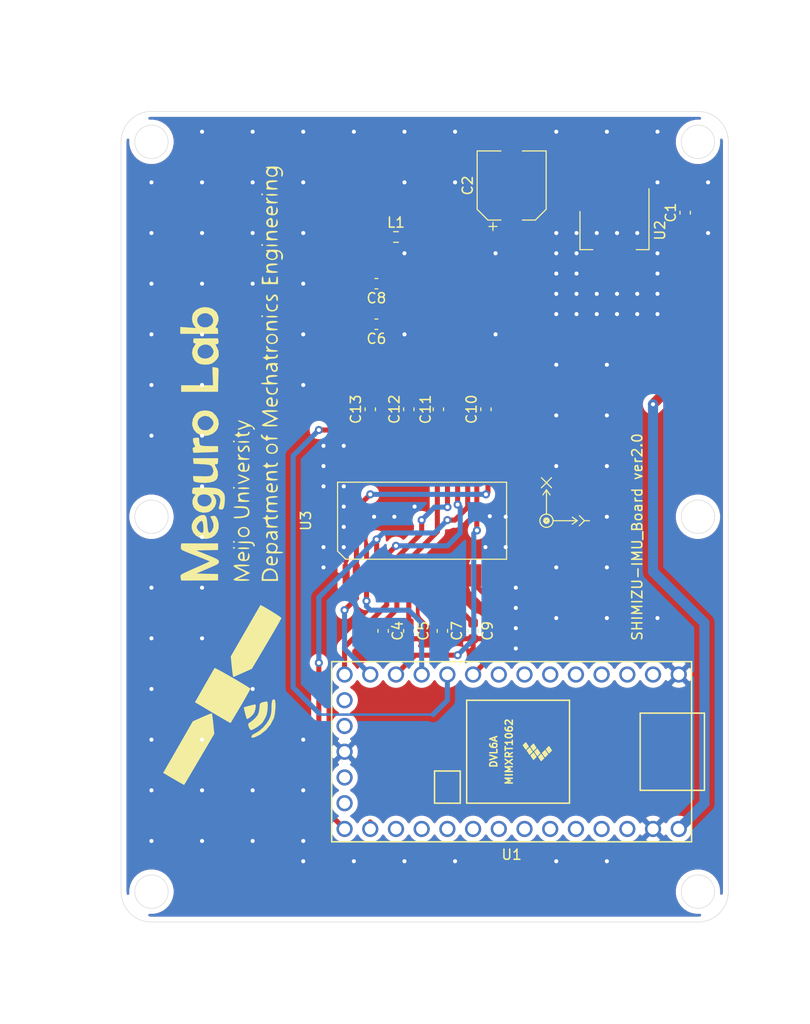
<source format=kicad_pcb>
(kicad_pcb (version 20171130) (host pcbnew "(5.1.9)-1")
  (layers (0 F.Cu signal) (31 B.Cu signal) (34 B.Paste user) (35 F.Paste user) (36 B.SilkS user) (37 F.SilkS user) (38 B.Mask user) (39 F.Mask user) (44 Edge.Cuts user))
  (net 0 "")
  (net 1 GND)
  (net 2 +5V)
  (net 3 +3V3)
  (net 4 +3.3VA)
  (net 5 "Net-(C7-Pad1)")
  (net 6 "Net-(C9-Pad1)")
  (net 7 "Net-(C12-Pad1)")
  (net 8 "Net-(C13-Pad1)")
  (net 9 "Net-(U1-Pad18)")
  (net 10 "Net-(U1-Pad19)")
  (net 11 SCK_13)
  (net 12 "Net-(U1-Pad16)")
  (net 13 "Net-(U1-Pad15)")
  (net 14 MISO_12)
  (net 15 "Net-(U1-Pad21)")
  (net 16 "Net-(U1-Pad22)")
  (net 17 "Net-(U1-Pad23)")
  (net 18 "Net-(U1-Pad24)")
  (net 19 "Net-(U1-Pad25)")
  (net 20 "Net-(U1-Pad26)")
  (net 21 "Net-(U1-Pad27)")
  (net 22 "Net-(U1-Pad28)")
  (net 23 "Net-(U1-Pad29)")
  (net 24 "Net-(U1-Pad30)")
  (net 25 "Net-(U1-Pad31)")
  (net 26 MOSI_11)
  (net 27 CS2)
  (net 28 CS1)
  (net 29 EXTRESN_2)
  (net 30 EXTRESN_1)
  (net 31 "Net-(U1-Pad8)")
  (net 32 "Net-(U1-Pad7)")
  (net 33 "Net-(U1-Pad6)")
  (net 34 "Net-(U1-Pad5)")
  (net 35 "Net-(U1-Pad4)")
  (net 36 "Net-(U1-Pad3)")
  (net 37 "Net-(U1-Pad2)")
  (module murata:SCHA6xx (layer F.Cu) (at 139.689 100.391 90)
    (fp_text reference U3 (at 0 -11.43 90) (layer F.SilkS))
    (fp_text value SCHA6xx)
    (pad 32 smd rect (at 5.4 -7.45) (size 0.7 2.2) (layers F.Cu F.Paste F.Mask) (net 1 GND))
    (pad 1 smd rect (at -5.4 -7.45) (size 0.7 2.2) (layers F.Cu F.Paste F.Mask) (net 1 GND))
    (pad 31 smd rect (at 5.4 -6.45) (size 0.7 2.2) (layers F.Cu F.Paste F.Mask) (net 1 GND))
    (pad 2 smd rect (at -5.4 -6.45) (size 0.7 2.2) (layers F.Cu F.Paste F.Mask) (net 26 MOSI_11))
    (pad 30 smd rect (at 5.4 -5.45) (size 0.7 2.2) (layers F.Cu F.Paste F.Mask) (net 29 EXTRESN_2))
    (pad 3 smd rect (at -5.4 -5.45) (size 0.7 2.2) (layers F.Cu F.Paste F.Mask) (net 28 CS1))
    (pad 29 smd rect (at 5.4 -4.45) (size 0.7 2.2) (layers F.Cu F.Paste F.Mask) (net 1 GND))
    (pad 4 smd rect (at -5.4 -4.45) (size 0.7 2.2) (layers F.Cu F.Paste F.Mask) (net 11 SCK_13))
    (pad 28 smd rect (at 5.4 -3.45) (size 0.7 2.2) (layers F.Cu F.Paste F.Mask) (net 1 GND))
    (pad 5 smd rect (at -5.4 -3.45) (size 0.7 2.2) (layers F.Cu F.Paste F.Mask) (net 14 MISO_12))
    (pad 27 smd rect (at 5.4 -2.45) (size 0.7 2.2) (layers F.Cu F.Paste F.Mask) (net 8 "Net-(C13-Pad1)"))
    (pad 6 smd rect (at -5.4 -2.45) (size 0.7 2.2) (layers F.Cu F.Paste F.Mask) (net 3 +3V3))
    (pad 26 smd rect (at 5.4 -1.45) (size 0.7 2.2) (layers F.Cu F.Paste F.Mask) (net 1 GND))
    (pad 7 smd rect (at -5.4 -1.45) (size 0.7 2.2) (layers F.Cu F.Paste F.Mask) (net 4 +3.3VA))
    (pad 25 smd rect (at 5.4 -0.45) (size 0.7 2.2) (layers F.Cu F.Paste F.Mask) (net 7 "Net-(C12-Pad1)"))
    (pad 8 smd rect (at -5.4 -0.45) (size 0.7 2.2) (layers F.Cu F.Paste F.Mask) (net 1 GND))
    (pad 24 smd rect (at 5.4 0.55) (size 0.7 2.2) (layers F.Cu F.Paste F.Mask) (net 1 GND))
    (pad 9 smd rect (at -5.4 0.55) (size 0.7 2.2) (layers F.Cu F.Paste F.Mask) (net 5 "Net-(C7-Pad1)"))
    (pad 23 smd rect (at 5.4 1.55) (size 0.7 2.2) (layers F.Cu F.Paste F.Mask) (net 4 +3.3VA))
    (pad 10 smd rect (at -5.4 1.55) (size 0.7 2.2) (layers F.Cu F.Paste F.Mask) (net 1 GND))
    (pad 22 smd rect (at 5.4 2.55) (size 0.7 2.2) (layers F.Cu F.Paste F.Mask) (net 3 +3V3))
    (pad 11 smd rect (at -5.4 2.55) (size 0.7 2.2) (layers F.Cu F.Paste F.Mask) (net 6 "Net-(C9-Pad1)"))
    (pad 21 smd rect (at 5.4 3.55) (size 0.7 2.2) (layers F.Cu F.Paste F.Mask) (net 14 MISO_12))
    (pad 12 smd rect (at -5.4 3.55) (size 0.7 2.2) (layers F.Cu F.Paste F.Mask) (net 1 GND))
    (pad 20 smd rect (at 5.4 4.55) (size 0.7 2.2) (layers F.Cu F.Paste F.Mask) (net 11 SCK_13))
    (pad 13 smd rect (at -5.4 4.55) (size 0.7 2.2) (layers F.Cu F.Paste F.Mask) (net 1 GND))
    (pad 19 smd rect (at 5.4 5.55) (size 0.7 2.2) (layers F.Cu F.Paste F.Mask) (net 27 CS2))
    (pad 14 smd rect (at -5.4 5.55) (size 0.7 2.2) (layers F.Cu F.Paste F.Mask) (net 30 EXTRESN_1))
    (pad 18 smd rect (at 5.4 6.55) (size 0.7 2.2) (layers F.Cu F.Paste F.Mask) (net 26 MOSI_11))
    (pad 15 smd rect (at -5.4 6.55) (size 0.7 2.2) (layers F.Cu F.Paste F.Mask) (net 1 GND))
    (pad 17 smd rect (at 5.4 7.55) (size 0.7 2.2) (layers F.Cu F.Paste F.Mask) (net 1 GND))
    (pad 16 smd rect (at -5.4 7.55) (size 0.7 2.2) (layers F.Cu F.Paste F.Mask) (net 1 GND))
  )
  (module BLM:BLM15HB121SN1D (layer F.Cu) (at 137.16 72.39)
    (fp_text reference L1 (at 0 -1.43) (layer F.SilkS))
    (fp_text value BLM15HB121SN1D)
    (pad 2 smd roundrect (at 0.825 0) (size 0.8 0.95) (layers F.Cu F.Paste F.Mask) (net 3 +3V3))
    (pad 1 smd roundrect (at -0.825 0) (size 0.8 0.95) (layers F.Cu F.Paste F.Mask) (net 4 +3.3VA))
  )
  (module 研究室ロゴ:test (layer F.Cu) (at 120 96 90)
    (fp_text reference G*** hide)
    (fp_text value LOGO hide)
  )
  (module Capacitor_SMD:C_0603_1608Metric (layer F.Cu) (at 165.735 69.99 90)
    (fp_text reference C1 (at 0 -1.43 90) (layer F.SilkS))
    (fp_text value 1u)
    (pad 2 smd roundrect (at 0.775 0 90) (size 0.9 0.95) (layers F.Cu F.Paste F.Mask) (net 1 GND))
    (pad 1 smd roundrect (at -0.775 0 90) (size 0.9 0.95) (layers F.Cu F.Paste F.Mask) (net 2 +5V))
  )
  (module Capacitor_SMD:CP_Elec_6.3x5.9 (layer F.Cu) (at 148.59 67.31 90)
    (fp_text reference C2 (at 0 -4.35 90) (layer F.SilkS))
    (fp_text value 22u)
    (pad 1 smd roundrect (at -2.8 0 90) (size 3.5 1.6) (layers F.Cu F.Paste F.Mask) (roundrect_rratio 0.15625) (net 3 +3V3))
    (pad 2 smd roundrect (at 2.8 0 90) (size 3.5 1.6) (layers F.Cu F.Paste F.Mask) (roundrect_rratio 0.15625) (net 1 GND))
  )
  (module Capacitor_SMD:C_0603_1608Metric (layer F.Cu) (at 135.89 111.265 270)
    (fp_text reference C4 (at 0 -1.43 90) (layer F.SilkS))
    (fp_text value 1.5u)
    (pad 1 smd roundrect (at -0.775 0 270) (size 0.9 0.95) (layers F.Cu F.Paste F.Mask) (net 3 +3V3))
    (pad 2 smd roundrect (at 0.775 0 270) (size 0.9 0.95) (layers F.Cu F.Paste F.Mask) (net 1 GND))
  )
  (module Capacitor_SMD:C_0603_1608Metric (layer F.Cu) (at 138.43 111.265 270)
    (fp_text reference C5 (at 0 -1.43 90) (layer F.SilkS))
    (fp_text value 0.15u)
    (pad 2 smd roundrect (at 0.775 0 270) (size 0.9 0.95) (layers F.Cu F.Paste F.Mask) (net 1 GND))
    (pad 1 smd roundrect (at -0.775 0 270) (size 0.9 0.95) (layers F.Cu F.Paste F.Mask) (net 4 +3.3VA))
  )
  (module Capacitor_SMD:C_0603_1608Metric (layer F.Cu) (at 135.225 81 180)
    (fp_text reference C6 (at 0 -1.43) (layer F.SilkS))
    (fp_text value 0.1u)
    (pad 1 smd roundrect (at -0.775 0 180) (size 0.9 0.95) (layers F.Cu F.Paste F.Mask) (net 4 +3.3VA))
    (pad 2 smd roundrect (at 0.775 0 180) (size 0.9 0.95) (layers F.Cu F.Paste F.Mask) (net 1 GND))
  )
  (module Capacitor_SMD:C_0603_1608Metric (layer F.Cu) (at 141.745 111.265 270)
    (fp_text reference C7 (at 0 -1.43 90) (layer F.SilkS))
    (fp_text value 1.5u)
    (pad 1 smd roundrect (at -0.775 0 270) (size 0.9 0.95) (layers F.Cu F.Paste F.Mask) (net 5 "Net-(C7-Pad1)"))
    (pad 2 smd roundrect (at 0.775 0 270) (size 0.9 0.95) (layers F.Cu F.Paste F.Mask) (net 1 GND))
  )
  (module Capacitor_SMD:C_0603_1608Metric (layer F.Cu) (at 135.225 77 180)
    (fp_text reference C8 (at 0 -1.43) (layer F.SilkS))
    (fp_text value 10u)
    (pad 2 smd roundrect (at 0.775 0 180) (size 0.9 0.95) (layers F.Cu F.Paste F.Mask) (net 1 GND))
    (pad 1 smd roundrect (at -0.775 0 180) (size 0.9 0.95) (layers F.Cu F.Paste F.Mask) (net 4 +3.3VA))
  )
  (module Capacitor_SMD:C_0603_1608Metric (layer F.Cu) (at 144.78 111.265 270)
    (fp_text reference C9 (at 0 -1.43 90) (layer F.SilkS))
    (fp_text value 1.5u)
    (pad 2 smd roundrect (at 0.775 0 270) (size 0.9 0.95) (layers F.Cu F.Paste F.Mask) (net 1 GND))
    (pad 1 smd roundrect (at -0.775 0 270) (size 0.9 0.95) (layers F.Cu F.Paste F.Mask) (net 6 "Net-(C9-Pad1)"))
  )
  (module Capacitor_SMD:C_0603_1608Metric (layer F.Cu) (at 146.05 89.395 90)
    (fp_text reference C10 (at 0 -1.43 90) (layer F.SilkS))
    (fp_text value 1.5u)
    (pad 2 smd roundrect (at 0.775 0 90) (size 0.9 0.95) (layers F.Cu F.Paste F.Mask) (net 1 GND))
    (pad 1 smd roundrect (at -0.775 0 90) (size 0.9 0.95) (layers F.Cu F.Paste F.Mask) (net 3 +3V3))
  )
  (module Capacitor_SMD:C_0603_1608Metric (layer F.Cu) (at 141.351 89.395 90)
    (fp_text reference C11 (at -0.013 -1.27 90) (layer F.SilkS))
    (fp_text value 0.15u)
    (pad 1 smd roundrect (at -0.775 0 90) (size 0.9 0.95) (layers F.Cu F.Paste F.Mask) (net 4 +3.3VA))
    (pad 2 smd roundrect (at 0.775 0 90) (size 0.9 0.95) (layers F.Cu F.Paste F.Mask) (net 1 GND))
  )
  (module Capacitor_SMD:C_0603_1608Metric (layer F.Cu) (at 138.43 89.395 90)
    (fp_text reference C12 (at 0 -1.43 90) (layer F.SilkS))
    (fp_text value 1.5u)
    (pad 2 smd roundrect (at 0.775 0 90) (size 0.9 0.95) (layers F.Cu F.Paste F.Mask) (net 1 GND))
    (pad 1 smd roundrect (at -0.775 0 90) (size 0.9 0.95) (layers F.Cu F.Paste F.Mask) (net 7 "Net-(C12-Pad1)"))
  )
  (module Capacitor_SMD:C_0603_1608Metric (layer F.Cu) (at 134.62 89.395 90)
    (fp_text reference C13 (at 0 -1.43 90) (layer F.SilkS))
    (fp_text value 1.5u)
    (pad 1 smd roundrect (at -0.775 0 90) (size 0.9 0.95) (layers F.Cu F.Paste F.Mask) (net 8 "Net-(C13-Pad1)"))
    (pad 2 smd roundrect (at 0.775 0 90) (size 0.9 0.95) (layers F.Cu F.Paste F.Mask) (net 1 GND))
  )
  (module teensy:Teensy40_2 (layer F.Cu) (at 148.59 123.19 180)
    (fp_text reference U1 (at 0 -10.16) (layer F.SilkS))
    (fp_text value Teensy4.0)
    (fp_text user MIMXRT1062 (at 0.254 0 90) (layer F.SilkS) (effects (font (size 0.7 0.7))))
    (fp_text user DVL6A (at 1.778 0 90) (layer F.SilkS) (effects (font (size 0.7 0.7))))
    (pad 17 thru_hole circle (at 16.51 0 180) (size 1.6 1.6) (drill 1.1) (layers *.Cu *.Mask) (net 1 GND))
    (pad 18 thru_hole circle (at 16.51 -2.54 180) (size 1.6 1.6) (drill 1.1) (layers *.Cu *.Mask) (net 9 "Net-(U1-Pad18)"))
    (pad 19 thru_hole circle (at 16.51 -5.08 180) (size 1.6 1.6) (drill 1.1) (layers *.Cu *.Mask) (net 10 "Net-(U1-Pad19)"))
    (pad 20 thru_hole circle (at 16.51 -7.62 180) (size 1.6 1.6) (drill 1.1) (layers *.Cu *.Mask) (net 11 SCK_13))
    (pad 16 thru_hole circle (at 16.51 2.54 180) (size 1.6 1.6) (drill 1.1) (layers *.Cu *.Mask) (net 12 "Net-(U1-Pad16)"))
    (pad 15 thru_hole circle (at 16.51 5.08 180) (size 1.6 1.6) (drill 1.1) (layers *.Cu *.Mask) (net 13 "Net-(U1-Pad15)"))
    (pad 14 thru_hole circle (at 16.51 7.62 180) (size 1.6 1.6) (drill 1.1) (layers *.Cu *.Mask) (net 14 MISO_12))
    (pad 21 thru_hole circle (at 13.97 -7.62 180) (size 1.6 1.6) (drill 1.1) (layers *.Cu *.Mask) (net 15 "Net-(U1-Pad21)"))
    (pad 22 thru_hole circle (at 11.43 -7.62 180) (size 1.6 1.6) (drill 1.1) (layers *.Cu *.Mask) (net 16 "Net-(U1-Pad22)"))
    (pad 23 thru_hole circle (at 8.89 -7.62 180) (size 1.6 1.6) (drill 1.1) (layers *.Cu *.Mask) (net 17 "Net-(U1-Pad23)"))
    (pad 24 thru_hole circle (at 6.35 -7.62 180) (size 1.6 1.6) (drill 1.1) (layers *.Cu *.Mask) (net 18 "Net-(U1-Pad24)"))
    (pad 25 thru_hole circle (at 3.81 -7.62 180) (size 1.6 1.6) (drill 1.1) (layers *.Cu *.Mask) (net 19 "Net-(U1-Pad25)"))
    (pad 26 thru_hole circle (at 1.27 -7.62 180) (size 1.6 1.6) (drill 1.1) (layers *.Cu *.Mask) (net 20 "Net-(U1-Pad26)"))
    (pad 27 thru_hole circle (at -1.27 -7.62 180) (size 1.6 1.6) (drill 1.1) (layers *.Cu *.Mask) (net 21 "Net-(U1-Pad27)"))
    (pad 28 thru_hole circle (at -3.81 -7.62 180) (size 1.6 1.6) (drill 1.1) (layers *.Cu *.Mask) (net 22 "Net-(U1-Pad28)"))
    (pad 29 thru_hole circle (at -6.35 -7.62 180) (size 1.6 1.6) (drill 1.1) (layers *.Cu *.Mask) (net 23 "Net-(U1-Pad29)"))
    (pad 30 thru_hole circle (at -8.89 -7.62 180) (size 1.6 1.6) (drill 1.1) (layers *.Cu *.Mask) (net 24 "Net-(U1-Pad30)"))
    (pad 31 thru_hole circle (at -11.43 -7.62 180) (size 1.6 1.6) (drill 1.1) (layers *.Cu *.Mask) (net 25 "Net-(U1-Pad31)"))
    (pad 32 thru_hole circle (at -13.97 -7.62 180) (size 1.6 1.6) (drill 1.1) (layers *.Cu *.Mask) (net 1 GND))
    (pad 33 thru_hole circle (at -16.51 -7.62 180) (size 1.6 1.6) (drill 1.1) (layers *.Cu *.Mask) (net 2 +5V))
    (pad 13 thru_hole circle (at 13.97 7.62 180) (size 1.6 1.6) (drill 1.1) (layers *.Cu *.Mask) (net 26 MOSI_11))
    (pad 12 thru_hole circle (at 11.43 7.62 180) (size 1.6 1.6) (drill 1.1) (layers *.Cu *.Mask) (net 27 CS2))
    (pad 11 thru_hole circle (at 8.89 7.62 180) (size 1.6 1.6) (drill 1.1) (layers *.Cu *.Mask) (net 28 CS1))
    (pad 10 thru_hole circle (at 6.35 7.62 180) (size 1.6 1.6) (drill 1.1) (layers *.Cu *.Mask) (net 29 EXTRESN_2))
    (pad 9 thru_hole circle (at 3.81 7.62 180) (size 1.6 1.6) (drill 1.1) (layers *.Cu *.Mask) (net 30 EXTRESN_1))
    (pad 8 thru_hole circle (at 1.27 7.62 180) (size 1.6 1.6) (drill 1.1) (layers *.Cu *.Mask) (net 31 "Net-(U1-Pad8)"))
    (pad 7 thru_hole circle (at -1.27 7.62 180) (size 1.6 1.6) (drill 1.1) (layers *.Cu *.Mask) (net 32 "Net-(U1-Pad7)"))
    (pad 6 thru_hole circle (at -3.81 7.62 180) (size 1.6 1.6) (drill 1.1) (layers *.Cu *.Mask) (net 33 "Net-(U1-Pad6)"))
    (pad 5 thru_hole circle (at -6.35 7.62 180) (size 1.6 1.6) (drill 1.1) (layers *.Cu *.Mask) (net 34 "Net-(U1-Pad5)"))
    (pad 4 thru_hole circle (at -8.89 7.62 180) (size 1.6 1.6) (drill 1.1) (layers *.Cu *.Mask) (net 35 "Net-(U1-Pad4)"))
    (pad 3 thru_hole circle (at -11.43 7.62 180) (size 1.6 1.6) (drill 1.1) (layers *.Cu *.Mask) (net 36 "Net-(U1-Pad3)"))
    (pad 2 thru_hole circle (at -13.97 7.62 180) (size 1.6 1.6) (drill 1.1) (layers *.Cu *.Mask) (net 37 "Net-(U1-Pad2)"))
    (pad 1 thru_hole circle (at -16.51 7.62 180) (size 1.6 1.6) (drill 1.1) (layers *.Cu *.Mask) (net 1 GND))
  )
  (module Package_TO_SOT_SMD:SOT-223 (layer F.Cu) (at 158.75 71.73 270)
    (fp_text reference U2 (at 0 -4.5 90) (layer F.SilkS))
    (fp_text value LF33_TO220)
    (pad 4 smd rect (at 3.15 0 270) (size 2 3.8) (layers F.Cu F.Paste F.Mask))
    (pad 2 smd rect (at -3.15 0 270) (size 2 1.5) (layers F.Cu F.Paste F.Mask) (net 1 GND))
    (pad 3 smd rect (at -3.15 2.3 270) (size 2 1.5) (layers F.Cu F.Paste F.Mask) (net 3 +3V3))
    (pad 1 smd rect (at -3.15 -2.3 270) (size 2 1.5) (layers F.Cu F.Paste F.Mask) (net 2 +5V))
  )
  (gr_text "SHIMIZU-IMU_Board ver2.0" (at 161 102 90) (layer F.SilkS) (effects (font (size 1 1))))
  (gr_circle (center 113 100) (end 113 98.35) (layer Edge.Cuts) (width 0.05))
  (gr_circle (center 167 100) (end 167 98.35) (layer Edge.Cuts) (width 0.05))
  (gr_circle (center 167 137) (end 167 135.35) (layer Edge.Cuts) (width 0.05))
  (gr_circle (center 113 137) (end 113 135.35) (layer Edge.Cuts) (width 0.05))
  (gr_circle (center 113 63) (end 113 61.35) (layer Edge.Cuts) (width 0.05))
  (gr_circle (center 167 63) (end 167 61.35) (layer Edge.Cuts) (width 0.05))
  (gr_line (start 113 140) (end 167 140) (layer Edge.Cuts) (width 0.05))
  (gr_line (start 110 63) (end 110 137) (layer Edge.Cuts) (width 0.05))
  (gr_line (start 167 60) (end 113 60) (layer Edge.Cuts) (width 0.05))
  (gr_arc (start 167 137) (end 167 140) (angle -90) (layer Edge.Cuts) (width 0.05))
  (gr_line (start 170 63) (end 170 137) (layer Edge.Cuts) (width 0.05))
  (gr_arc (start 113 137) (end 110 137) (angle -90) (layer Edge.Cuts) (width 0.05))
  (gr_arc (start 167 63) (end 170 63) (angle -90) (layer Edge.Cuts) (width 0.05))
  (gr_arc (start 113 63) (end 113 60) (angle -90) (layer Edge.Cuts) (width 0.05))
  (segment (start 147.25 94.93) (end 147.25 95.18) (width 0.5) (layer F.Cu) (net 1))
  (via (at 163 74) (size 0.8) (drill 0.4) (layers F.Cu B.Cu) (net 1))
  (via (at 163 76) (size 0.8) (drill 0.4) (layers F.Cu B.Cu) (net 1))
  (via (at 163 78) (size 0.8) (drill 0.4) (layers F.Cu B.Cu) (net 1))
  (via (at 163 80) (size 0.8) (drill 0.4) (layers F.Cu B.Cu) (net 1))
  (via (at 161 80) (size 0.8) (drill 0.4) (layers F.Cu B.Cu) (net 1))
  (via (at 161 78) (size 0.8) (drill 0.4) (layers F.Cu B.Cu) (net 1))
  (via (at 159 78) (size 0.8) (drill 0.4) (layers F.Cu B.Cu) (net 1))
  (via (at 157 78) (size 0.8) (drill 0.4) (layers F.Cu B.Cu) (net 1))
  (via (at 157 80) (size 0.8) (drill 0.4) (layers F.Cu B.Cu) (net 1))
  (via (at 159 80) (size 0.8) (drill 0.4) (layers F.Cu B.Cu) (net 1))
  (via (at 155 80) (size 0.8) (drill 0.4) (layers F.Cu B.Cu) (net 1))
  (via (at 155 78) (size 0.8) (drill 0.4) (layers F.Cu B.Cu) (net 1))
  (via (at 153 78) (size 0.8) (drill 0.4) (layers F.Cu B.Cu) (net 1))
  (via (at 153 80) (size 0.8) (drill 0.4) (layers F.Cu B.Cu) (net 1))
  (via (at 153 76) (size 0.8) (drill 0.4) (layers F.Cu B.Cu) (net 1))
  (via (at 153 74) (size 0.8) (drill 0.4) (layers F.Cu B.Cu) (net 1))
  (via (at 153 72) (size 0.8) (drill 0.4) (layers F.Cu B.Cu) (net 1))
  (via (at 155 72) (size 0.8) (drill 0.4) (layers F.Cu B.Cu) (net 1))
  (via (at 155 74) (size 0.8) (drill 0.4) (layers F.Cu B.Cu) (net 1))
  (via (at 155 76) (size 0.8) (drill 0.4) (layers F.Cu B.Cu) (net 1))
  (via (at 157 72) (size 0.8) (drill 0.4) (layers F.Cu B.Cu) (net 1))
  (via (at 159 72) (size 0.8) (drill 0.4) (layers F.Cu B.Cu) (net 1))
  (via (at 161 72) (size 0.8) (drill 0.4) (layers F.Cu B.Cu) (net 1))
  (via (at 147 82) (size 0.8) (drill 0.4) (layers F.Cu B.Cu) (net 1))
  (via (at 138 82) (size 0.8) (drill 0.4) (layers F.Cu B.Cu) (net 1))
  (via (at 147 74) (size 0.8) (drill 0.4) (layers F.Cu B.Cu) (net 1))
  (via (at 138 74) (size 0.8) (drill 0.4) (layers F.Cu B.Cu) (net 1))
  (via (at 153 85) (size 0.8) (drill 0.4) (layers F.Cu B.Cu) (net 1))
  (via (at 153 90) (size 0.8) (drill 0.4) (layers F.Cu B.Cu) (net 1))
  (via (at 153 95) (size 0.8) (drill 0.4) (layers F.Cu B.Cu) (net 1))
  (via (at 153 105) (size 0.8) (drill 0.4) (layers F.Cu B.Cu) (net 1))
  (via (at 153 110) (size 0.8) (drill 0.4) (layers F.Cu B.Cu) (net 1))
  (via (at 158 110) (size 0.8) (drill 0.4) (layers F.Cu B.Cu) (net 1))
  (via (at 158 105) (size 0.8) (drill 0.4) (layers F.Cu B.Cu) (net 1))
  (via (at 158 100) (size 0.8) (drill 0.4) (layers F.Cu B.Cu) (net 1))
  (via (at 158 95) (size 0.8) (drill 0.4) (layers F.Cu B.Cu) (net 1))
  (via (at 158 90) (size 0.8) (drill 0.4) (layers F.Cu B.Cu) (net 1))
  (via (at 158 85) (size 0.8) (drill 0.4) (layers F.Cu B.Cu) (net 1))
  (via (at 148 100) (size 0.8) (drill 0.4) (layers F.Cu B.Cu) (net 1))
  (via (at 146 103) (size 0.8) (drill 0.4) (layers F.Cu B.Cu) (net 1))
  (via (at 148 103) (size 0.8) (drill 0.4) (layers F.Cu B.Cu) (net 1))
  (via (at 135 100) (size 0.8) (drill 0.4) (layers F.Cu B.Cu) (net 1))
  (via (at 137 100) (size 0.8) (drill 0.4) (layers F.Cu B.Cu) (net 1))
  (via (at 139 99) (size 0.8) (drill 0.4) (layers F.Cu B.Cu) (net 1))
  (via (at 163 110) (size 0.8) (drill 0.4) (layers F.Cu B.Cu) (net 1))
  (via (at 168 72) (size 0.8) (drill 0.4) (layers F.Cu B.Cu) (net 1))
  (via (at 168 67) (size 0.8) (drill 0.4) (layers F.Cu B.Cu) (net 1))
  (via (at 163 67) (size 0.8) (drill 0.4) (layers F.Cu B.Cu) (net 1))
  (via (at 163 62) (size 0.8) (drill 0.4) (layers F.Cu B.Cu) (net 1))
  (via (at 158 62) (size 0.8) (drill 0.4) (layers F.Cu B.Cu) (net 1))
  (via (at 153 62) (size 0.8) (drill 0.4) (layers F.Cu B.Cu) (net 1))
  (via (at 143 62) (size 0.8) (drill 0.4) (layers F.Cu B.Cu) (net 1))
  (via (at 143 67) (size 0.8) (drill 0.4) (layers F.Cu B.Cu) (net 1))
  (via (at 138 67) (size 0.8) (drill 0.4) (layers F.Cu B.Cu) (net 1))
  (via (at 138 62) (size 0.8) (drill 0.4) (layers F.Cu B.Cu) (net 1))
  (via (at 133 62) (size 0.8) (drill 0.4) (layers F.Cu B.Cu) (net 1))
  (via (at 128 62) (size 0.8) (drill 0.4) (layers F.Cu B.Cu) (net 1))
  (via (at 123 62) (size 0.8) (drill 0.4) (layers F.Cu B.Cu) (net 1))
  (via (at 123 67) (size 0.8) (drill 0.4) (layers F.Cu B.Cu) (net 1))
  (via (at 128 67) (size 0.8) (drill 0.4) (layers F.Cu B.Cu) (net 1))
  (via (at 118 67) (size 0.8) (drill 0.4) (layers F.Cu B.Cu) (net 1))
  (via (at 113 67) (size 0.8) (drill 0.4) (layers F.Cu B.Cu) (net 1))
  (via (at 118 62) (size 0.8) (drill 0.4) (layers F.Cu B.Cu) (net 1))
  (via (at 118 72) (size 0.8) (drill 0.4) (layers F.Cu B.Cu) (net 1))
  (via (at 113 72) (size 0.8) (drill 0.4) (layers F.Cu B.Cu) (net 1))
  (via (at 123 72) (size 0.8) (drill 0.4) (layers F.Cu B.Cu) (net 1))
  (via (at 128 72) (size 0.8) (drill 0.4) (layers F.Cu B.Cu) (net 1))
  (via (at 128 77) (size 0.8) (drill 0.4) (layers F.Cu B.Cu) (net 1))
  (via (at 123 77) (size 0.8) (drill 0.4) (layers F.Cu B.Cu) (net 1))
  (via (at 118 77) (size 0.8) (drill 0.4) (layers F.Cu B.Cu) (net 1))
  (via (at 113 77) (size 0.8) (drill 0.4) (layers F.Cu B.Cu) (net 1))
  (via (at 113 82) (size 0.8) (drill 0.4) (layers F.Cu B.Cu) (net 1))
  (via (at 113 87) (size 0.8) (drill 0.4) (layers F.Cu B.Cu) (net 1))
  (via (at 113 92) (size 0.8) (drill 0.4) (layers F.Cu B.Cu) (net 1))
  (via (at 118 92) (size 0.8) (drill 0.4) (layers F.Cu B.Cu) (net 1))
  (via (at 118 97) (size 0.8) (drill 0.4) (layers F.Cu B.Cu) (net 1))
  (via (at 118 102) (size 0.8) (drill 0.4) (layers F.Cu B.Cu) (net 1))
  (via (at 118 107) (size 0.8) (drill 0.4) (layers F.Cu B.Cu) (net 1))
  (via (at 113 107) (size 0.8) (drill 0.4) (layers F.Cu B.Cu) (net 1))
  (via (at 118 82) (size 0.8) (drill 0.4) (layers F.Cu B.Cu) (net 1))
  (via (at 118 87) (size 0.8) (drill 0.4) (layers F.Cu B.Cu) (net 1))
  (via (at 128 82) (size 0.8) (drill 0.4) (layers F.Cu B.Cu) (net 1))
  (via (at 128 87) (size 0.8) (drill 0.4) (layers F.Cu B.Cu) (net 1))
  (via (at 118 112) (size 0.8) (drill 0.4) (layers F.Cu B.Cu) (net 1))
  (via (at 113 112) (size 0.8) (drill 0.4) (layers F.Cu B.Cu) (net 1))
  (via (at 113 117) (size 0.8) (drill 0.4) (layers F.Cu B.Cu) (net 1))
  (via (at 113 122) (size 0.8) (drill 0.4) (layers F.Cu B.Cu) (net 1))
  (via (at 118 122) (size 0.8) (drill 0.4) (layers F.Cu B.Cu) (net 1))
  (via (at 123 117) (size 0.8) (drill 0.4) (layers F.Cu B.Cu) (net 1))
  (via (at 128 122) (size 0.8) (drill 0.4) (layers F.Cu B.Cu) (net 1))
  (via (at 128 127) (size 0.8) (drill 0.4) (layers F.Cu B.Cu) (net 1))
  (via (at 123 127) (size 0.8) (drill 0.4) (layers F.Cu B.Cu) (net 1))
  (via (at 118 127) (size 0.8) (drill 0.4) (layers F.Cu B.Cu) (net 1))
  (via (at 113 127) (size 0.8) (drill 0.4) (layers F.Cu B.Cu) (net 1))
  (via (at 113 132) (size 0.8) (drill 0.4) (layers F.Cu B.Cu) (net 1))
  (via (at 118 132) (size 0.8) (drill 0.4) (layers F.Cu B.Cu) (net 1))
  (via (at 123 132) (size 0.8) (drill 0.4) (layers F.Cu B.Cu) (net 1))
  (via (at 128 132) (size 0.8) (drill 0.4) (layers F.Cu B.Cu) (net 1))
  (via (at 130 97) (size 0.8) (drill 0.4) (layers F.Cu B.Cu) (net 1))
  (via (at 130 95) (size 0.8) (drill 0.4) (layers F.Cu B.Cu) (net 1))
  (via (at 130 93) (size 0.8) (drill 0.4) (layers F.Cu B.Cu) (net 1))
  (via (at 132 93) (size 0.8) (drill 0.4) (layers F.Cu B.Cu) (net 1))
  (via (at 132 97) (size 0.8) (drill 0.4) (layers F.Cu B.Cu) (net 1))
  (via (at 132 99) (size 0.8) (drill 0.4) (layers F.Cu B.Cu) (net 1))
  (via (at 128 134) (size 0.8) (drill 0.4) (layers F.Cu B.Cu) (net 1))
  (via (at 133 134) (size 0.8) (drill 0.4) (layers F.Cu B.Cu) (net 1))
  (via (at 138 134) (size 0.8) (drill 0.4) (layers F.Cu B.Cu) (net 1))
  (via (at 143 134) (size 0.8) (drill 0.4) (layers F.Cu B.Cu) (net 1))
  (via (at 153 134) (size 0.8) (drill 0.4) (layers F.Cu B.Cu) (net 1))
  (via (at 158 134) (size 0.8) (drill 0.4) (layers F.Cu B.Cu) (net 1))
  (via (at 132 101) (size 0.8) (drill 0.4) (layers F.Cu B.Cu) (net 1))
  (via (at 132 103) (size 0.8) (drill 0.4) (layers F.Cu B.Cu) (net 1))
  (via (at 130 103) (size 0.8) (drill 0.4) (layers F.Cu B.Cu) (net 1))
  (via (at 130 105) (size 0.8) (drill 0.4) (layers F.Cu B.Cu) (net 1))
  (via (at 149 113) (size 0.8) (drill 0.4) (layers F.Cu B.Cu) (net 1))
  (via (at 149 111) (size 0.8) (drill 0.4) (layers F.Cu B.Cu) (net 1))
  (via (at 149 109) (size 0.8) (drill 0.4) (layers F.Cu B.Cu) (net 1))
  (via (at 149 107) (size 0.8) (drill 0.4) (layers F.Cu B.Cu) (net 1))
  (segment (start 141.25 104.469998) (end 141.25 105.73) (width 0.5) (layer F.Cu) (net 1))
  (segment (start 140.960001 104.179999) (end 141.25 104.469998) (width 0.5) (layer F.Cu) (net 1))
  (segment (start 139.539999 104.179999) (end 140.960001 104.179999) (width 0.5) (layer F.Cu) (net 1))
  (segment (start 139.25 104.469998) (end 139.539999 104.179999) (width 0.5) (layer F.Cu) (net 1))
  (segment (start 139.25 105.73) (end 139.25 104.469998) (width 0.5) (layer F.Cu) (net 1))
  (segment (start 139.25 105.73) (end 139.25 109.659) (width 0.25) (layer F.Cu) (net 1))
  (via (at 146.431 99.949) (size 0.8) (drill 0.4) (layers F.Cu B.Cu) (net 1))
  (segment (start 162.56 88.9) (end 162.56 88.9) (width 1) (layer F.Cu) (net 2))
  (via (at 162.56 88.9) (size 0.8) (drill 0.4) (layers F.Cu B.Cu) (net 2))
  (segment (start 162.56 88.9) (end 162.56 105.41) (width 1) (layer B.Cu) (net 2))
  (segment (start 165.1 130.81) (end 167.64 128.27) (width 1) (layer B.Cu) (net 2))
  (segment (start 167.64 110.49) (end 166.37 109.22) (width 1) (layer B.Cu) (net 2))
  (segment (start 167.64 128.27) (end 167.64 110.49) (width 1) (layer B.Cu) (net 2))
  (segment (start 162.56 105.41) (end 166.37 109.22) (width 1) (layer B.Cu) (net 2))
  (segment (start 163.108 70.638) (end 161.05 68.58) (width 1) (layer F.Cu) (net 2))
  (segment (start 166.37 71.4) (end 165.735 70.765) (width 1) (layer F.Cu) (net 2))
  (segment (start 166.37 85.09) (end 166.37 71.4) (width 1) (layer F.Cu) (net 2))
  (segment (start 162.56 88.9) (end 166.37 85.09) (width 1) (layer F.Cu) (net 2))
  (segment (start 163.235 70.765) (end 163.108 70.638) (width 1) (layer F.Cu) (net 2))
  (segment (start 165.735 70.765) (end 163.235 70.765) (width 1) (layer F.Cu) (net 2))
  (segment (start 150.12 68.58) (end 148.59 70.11) (width 1) (layer F.Cu) (net 3))
  (segment (start 156.45 68.58) (end 150.12 68.58) (width 1) (layer F.Cu) (net 3))
  (segment (start 146.525 90.17) (end 148.59 88.105) (width 1) (layer F.Cu) (net 3))
  (segment (start 146.05 90.17) (end 146.525 90.17) (width 1) (layer F.Cu) (net 3))
  (segment (start 145.575 90.17) (end 142.25 93.495) (width 0.5) (layer F.Cu) (net 3))
  (segment (start 142.25 93.495) (end 142.25 94.93) (width 0.5) (layer F.Cu) (net 3))
  (segment (start 146.05 90.17) (end 145.575 90.17) (width 0.5) (layer F.Cu) (net 3))
  (segment (start 142.25 94.93) (end 142.25 97.78) (width 0.5) (layer F.Cu) (net 3))
  (segment (start 137.25 109.13) (end 137.25 105.73) (width 0.5) (layer F.Cu) (net 3))
  (segment (start 135.89 110.49) (end 137.25 109.13) (width 0.5) (layer F.Cu) (net 3))
  (segment (start 137.25 105.73) (end 137.25 104.05) (width 0.5) (layer F.Cu) (net 3))
  (segment (start 137.25 104.05) (end 138.43 102.87) (width 0.5) (layer F.Cu) (net 3))
  (segment (start 138.43 102.87) (end 139.7 101.6) (width 0.5) (layer F.Cu) (net 3))
  (segment (start 142.25 97.78) (end 142.25 99.05) (width 0.5) (layer F.Cu) (net 3))
  (segment (start 142.25 99.05) (end 142.25 99.05) (width 0.5) (layer F.Cu) (net 3))
  (via (at 142.25 99.05) (size 0.8) (drill 0.4) (layers F.Cu B.Cu) (net 3))
  (segment (start 139.7 101.6) (end 139.7 100.33) (width 0.5) (layer F.Cu) (net 3))
  (segment (start 139.7 100.33) (end 139.7 100.33) (width 0.5) (layer F.Cu) (net 3))
  (via (at 139.7 100.33) (size 0.8) (drill 0.4) (layers F.Cu B.Cu) (net 3))
  (segment (start 140.98 99.05) (end 142.25 99.05) (width 0.5) (layer B.Cu) (net 3))
  (segment (start 139.7 100.33) (end 140.98 99.05) (width 0.5) (layer B.Cu) (net 3))
  (segment (start 146.31 72.39) (end 147.066 72.39) (width 1) (layer F.Cu) (net 3))
  (segment (start 147.066 72.39) (end 148.082 72.39) (width 1) (layer F.Cu) (net 3))
  (segment (start 148.59 71.882) (end 148.082 72.39) (width 1) (layer F.Cu) (net 3))
  (segment (start 148.59 70.11) (end 148.59 71.882) (width 1) (layer F.Cu) (net 3))
  (segment (start 147.955 72.39) (end 148.59 73.025) (width 1) (layer F.Cu) (net 3))
  (segment (start 148.59 73.025) (end 148.59 71.882) (width 1) (layer F.Cu) (net 3))
  (segment (start 147.066 72.39) (end 147.955 72.39) (width 1) (layer F.Cu) (net 3))
  (segment (start 148.59 88.105) (end 148.59 73.025) (width 1) (layer F.Cu) (net 3))
  (segment (start 146.31 72.39) (end 137.985 72.39) (width 1) (layer F.Cu) (net 3))
  (segment (start 138.25 104.469998) (end 138.25 105.73) (width 0.5) (layer F.Cu) (net 4))
  (segment (start 141.25 101.469998) (end 138.25 104.469998) (width 0.5) (layer F.Cu) (net 4))
  (segment (start 141.25 94.93) (end 141.25 101.469998) (width 0.5) (layer F.Cu) (net 4))
  (segment (start 138.43 105.91) (end 138.25 105.73) (width 0.5) (layer F.Cu) (net 4))
  (segment (start 138.43 110.49) (end 138.43 105.91) (width 0.5) (layer F.Cu) (net 4))
  (segment (start 136 77) (end 136 81) (width 0.5) (layer F.Cu) (net 4))
  (segment (start 136 81) (end 136 83.80961) (width 0.5) (layer F.Cu) (net 4))
  (segment (start 141.25 90.271) (end 141.351 90.17) (width 0.5) (layer F.Cu) (net 4))
  (segment (start 141.25 94.93) (end 141.25 90.271) (width 0.5) (layer F.Cu) (net 4))
  (segment (start 140.42599 88.2356) (end 136 83.80961) (width 0.5) (layer F.Cu) (net 4))
  (segment (start 140.42599 89.24499) (end 140.42599 88.2356) (width 0.5) (layer F.Cu) (net 4))
  (segment (start 141.351 90.17) (end 140.42599 89.24499) (width 0.5) (layer F.Cu) (net 4))
  (segment (start 136 72.725) (end 136.335 72.39) (width 0.5) (layer F.Cu) (net 4))
  (segment (start 136 77) (end 136 72.725) (width 0.5) (layer F.Cu) (net 4))
  (segment (start 140.25 109.47) (end 140.25 105.73) (width 0.5) (layer F.Cu) (net 5))
  (segment (start 141.27 110.49) (end 140.25 109.47) (width 0.5) (layer F.Cu) (net 5))
  (segment (start 141.745 110.49) (end 141.27 110.49) (width 0.5) (layer F.Cu) (net 5))
  (segment (start 142.25 107.96) (end 142.25 105.73) (width 0.5) (layer F.Cu) (net 6))
  (segment (start 144.78 110.49) (end 142.25 107.96) (width 0.5) (layer F.Cu) (net 6))
  (segment (start 139.25 90.99) (end 139.25 94.93) (width 0.5) (layer F.Cu) (net 7))
  (segment (start 138.43 90.17) (end 139.25 90.99) (width 0.5) (layer F.Cu) (net 7))
  (segment (start 137.25 92.8) (end 137.25 94.93) (width 0.5) (layer F.Cu) (net 8))
  (segment (start 134.62 90.17) (end 137.25 92.8) (width 0.5) (layer F.Cu) (net 8))
  (segment (start 135.25 105.73) (end 135.25 102.24) (width 0.5) (layer F.Cu) (net 11))
  (segment (start 135.89 101.6) (end 140.97 101.6) (width 0.5) (layer B.Cu) (net 11))
  (segment (start 140.97 101.6) (end 142.24 100.33) (width 0.5) (layer B.Cu) (net 11))
  (segment (start 142.24 100.33) (end 142.24 100.33) (width 0.5) (layer B.Cu) (net 11))
  (via (at 142.24 100.33) (size 0.8) (drill 0.4) (layers F.Cu B.Cu) (net 11))
  (segment (start 144.25 99.058002) (end 144.25 94.93) (width 0.5) (layer F.Cu) (net 11))
  (segment (start 142.978002 100.33) (end 144.25 99.058002) (width 0.5) (layer F.Cu) (net 11))
  (segment (start 142.24 100.33) (end 142.978002 100.33) (width 0.5) (layer F.Cu) (net 11))
  (segment (start 129.54 114.420427) (end 129.54 114.420427) (width 0.5) (layer F.Cu) (net 11))
  (segment (start 129.54 128.27) (end 132.08 130.81) (width 0.5) (layer F.Cu) (net 11))
  (segment (start 129.54 114.420427) (end 129.54 128.27) (width 0.5) (layer F.Cu) (net 11))
  (via (at 129.54 114.420427) (size 0.8) (drill 0.4) (layers F.Cu B.Cu) (net 11))
  (segment (start 129.54 107.95) (end 129.54 114.420427) (width 0.5) (layer B.Cu) (net 11))
  (segment (start 135.25 102.24) (end 135.25 102.24) (width 0.5) (layer F.Cu) (net 11))
  (via (at 135.25 102.24) (size 0.8) (drill 0.4) (layers F.Cu B.Cu) (net 11))
  (segment (start 135.25 102.24) (end 135.89 101.6) (width 0.5) (layer B.Cu) (net 11))
  (segment (start 135.25 102.24) (end 129.54 107.95) (width 0.5) (layer B.Cu) (net 11))
  (segment (start 136.25 105.73) (end 136.25 108.70039) (width 0.5) (layer F.Cu) (net 14))
  (segment (start 143.25 94.93) (end 143.25 98.8) (width 0.5) (layer F.Cu) (net 14))
  (segment (start 143.25 98.8) (end 143.25 98.8) (width 0.5) (layer F.Cu) (net 14))
  (via (at 143.25 98.8) (size 0.8) (drill 0.4) (layers F.Cu B.Cu) (net 14))
  (segment (start 136.25 105.73) (end 136.25 103.78) (width 0.5) (layer F.Cu) (net 14))
  (segment (start 136.25 103.78) (end 137.16 102.87) (width 0.5) (layer F.Cu) (net 14))
  (segment (start 137.16 102.87) (end 137.16 102.87) (width 0.5) (layer F.Cu) (net 14))
  (via (at 137.16 102.87) (size 0.8) (drill 0.4) (layers F.Cu B.Cu) (net 14))
  (segment (start 143.51 99.06) (end 143.25 98.8) (width 0.5) (layer B.Cu) (net 14))
  (segment (start 143.51 101.6) (end 143.51 99.06) (width 0.5) (layer B.Cu) (net 14))
  (segment (start 142.24 102.87) (end 143.51 101.6) (width 0.5) (layer B.Cu) (net 14))
  (segment (start 137.16 102.87) (end 142.24 102.87) (width 0.5) (layer B.Cu) (net 14))
  (segment (start 132.08 112.87039) (end 132.08 115.57) (width 0.5) (layer F.Cu) (net 14))
  (segment (start 136.25 108.70039) (end 132.08 112.87039) (width 0.5) (layer F.Cu) (net 14))
  (segment (start 134.62 130.120002) (end 134.62 130.81) (width 0.5) (layer F.Cu) (net 15))
  (segment (start 133.25 105.73) (end 133.25 108.05) (width 0.5) (layer F.Cu) (net 26))
  (segment (start 133.25 108.05) (end 132.08 109.22) (width 0.5) (layer F.Cu) (net 26))
  (segment (start 132.08 109.22) (end 132.08 109.22) (width 0.5) (layer F.Cu) (net 26))
  (via (at 132.08 109.22) (size 0.8) (drill 0.4) (layers F.Cu B.Cu) (net 26))
  (segment (start 133.25 105.73) (end 133.25 99.16) (width 0.5) (layer F.Cu) (net 26))
  (segment (start 133.25 99.16) (end 134.62 97.79) (width 0.5) (layer F.Cu) (net 26))
  (segment (start 134.62 97.79) (end 134.62 97.79) (width 0.5) (layer F.Cu) (net 26))
  (via (at 134.62 97.79) (size 0.8) (drill 0.4) (layers F.Cu B.Cu) (net 26))
  (segment (start 134.62 97.79) (end 144.78 97.79) (width 0.5) (layer B.Cu) (net 26))
  (segment (start 144.78 97.79) (end 146.05 97.79) (width 0.5) (layer B.Cu) (net 26))
  (segment (start 146.05 97.79) (end 146.05 97.79) (width 0.5) (layer B.Cu) (net 26))
  (via (at 146.05 97.79) (size 0.8) (drill 0.4) (layers F.Cu B.Cu) (net 26))
  (segment (start 146.25 97.59) (end 146.05 97.79) (width 0.5) (layer F.Cu) (net 26))
  (segment (start 146.25 94.93) (end 146.25 97.59) (width 0.5) (layer F.Cu) (net 26))
  (segment (start 132.08 113.03) (end 134.62 115.57) (width 0.5) (layer B.Cu) (net 26))
  (segment (start 132.08 109.22) (end 132.08 113.03) (width 0.5) (layer B.Cu) (net 26))
  (segment (start 137.16 115.57) (end 139.065 113.665) (width 0.5) (layer F.Cu) (net 27))
  (segment (start 139.065 113.665) (end 143.256 113.665) (width 0.5) (layer F.Cu) (net 27))
  (segment (start 143.256 113.665) (end 143.256 113.665) (width 0.5) (layer F.Cu) (net 27))
  (via (at 143.256 113.665) (size 0.8) (drill 0.4) (layers F.Cu B.Cu) (net 27))
  (segment (start 144.850001 112.070999) (end 144.850001 101.656999) (width 0.5) (layer B.Cu) (net 27))
  (segment (start 143.256 113.665) (end 144.850001 112.070999) (width 0.5) (layer B.Cu) (net 27))
  (segment (start 144.850001 101.656999) (end 145.161 101.346) (width 0.5) (layer B.Cu) (net 27))
  (segment (start 145.161 101.346) (end 145.161 101.346) (width 0.5) (layer B.Cu) (net 27))
  (via (at 145.161 101.346) (size 0.8) (drill 0.4) (layers F.Cu B.Cu) (net 27))
  (segment (start 145.149999 101.334999) (end 145.149999 95.030001) (width 0.5) (layer F.Cu) (net 27))
  (segment (start 145.149999 95.030001) (end 145.25 94.93) (width 0.5) (layer F.Cu) (net 27))
  (segment (start 145.161 101.346) (end 145.149999 101.334999) (width 0.5) (layer F.Cu) (net 27))
  (segment (start 134.25 105.73) (end 134.25 108.32) (width 0.5) (layer F.Cu) (net 28))
  (segment (start 134.25 108.32) (end 134.25 108.32) (width 0.5) (layer F.Cu) (net 28))
  (via (at 134.25 108.32) (size 0.8) (drill 0.4) (layers F.Cu B.Cu) (net 28))
  (segment (start 134.25 108.85) (end 134.62 109.22) (width 0.5) (layer B.Cu) (net 28))
  (segment (start 134.25 108.32) (end 134.25 108.85) (width 0.5) (layer B.Cu) (net 28))
  (segment (start 134.62 109.22) (end 138.43 109.22) (width 0.5) (layer B.Cu) (net 28))
  (segment (start 139.7 110.49) (end 139.7 115.57) (width 0.5) (layer B.Cu) (net 28))
  (segment (start 138.43 109.22) (end 139.7 110.49) (width 0.5) (layer B.Cu) (net 28))
  (segment (start 140.825001 119.524999) (end 129.684999 119.524999) (width 0.25) (layer B.Cu) (net 29))
  (segment (start 129.684999 119.524999) (end 128.27 118.11) (width 0.25) (layer B.Cu) (net 29))
  (segment (start 129.54 91.44) (end 129.54 91.44) (width 0.25) (layer B.Cu) (net 29))
  (via (at 129.54 91.44) (size 0.8) (drill 0.4) (layers F.Cu B.Cu) (net 29))
  (segment (start 134.25 93.33) (end 134.25 94.93) (width 0.5) (layer F.Cu) (net 29))
  (segment (start 132.36 91.44) (end 134.25 93.33) (width 0.5) (layer F.Cu) (net 29))
  (segment (start 129.54 91.44) (end 132.36 91.44) (width 0.5) (layer F.Cu) (net 29))
  (segment (start 128.27 118.11) (end 129.54 119.38) (width 0.5) (layer B.Cu) (net 29))
  (segment (start 142.24 118.11) (end 140.825001 119.524999) (width 0.5) (layer B.Cu) (net 29))
  (segment (start 142.24 115.57) (end 142.24 118.11) (width 0.5) (layer B.Cu) (net 29))
  (segment (start 127 93.98) (end 127 96.73) (width 0.5) (layer B.Cu) (net 29))
  (segment (start 129.54 91.44) (end 127 93.98) (width 0.5) (layer B.Cu) (net 29))
  (segment (start 128.27 118.11) (end 127 116.84) (width 0.5) (layer B.Cu) (net 29))
  (segment (start 127 96.73) (end 127 116.84) (width 0.5) (layer B.Cu) (net 29))
  (segment (start 145.25 106.990002) (end 147.32 109.060002) (width 0.5) (layer F.Cu) (net 30))
  (segment (start 145.25 105.73) (end 145.25 106.990002) (width 0.5) (layer F.Cu) (net 30))
  (segment (start 147.32 113.03) (end 144.78 115.57) (width 0.5) (layer F.Cu) (net 30))
  (segment (start 147.32 109.060002) (end 147.32 113.03) (width 0.5) (layer F.Cu) (net 30))
  (zone (net 1) (net_name GND) (layer F.Cu) (connect_pads (clearance 0.508)) (min_thickness 0.254) (fill yes (arc_segments 32) (thermal_gap 0.508) (thermal_bridge_width 0.508))
    (polygon (pts (xy 170 140) (xy 110 140) (xy 110 60) (xy 170 60)))
  )
  (zone (net 1) (net_name GND) (layer B.Cu) (connect_pads (clearance 0.508)) (min_thickness 0.254) (fill yes (arc_segments 32) (thermal_gap 0.508) (thermal_bridge_width 0.508))
    (polygon (pts (xy 170 140) (xy 110 140) (xy 110 60) (xy 170 60)))
  )
  (zone (net 1) (net_name GND) (layer F.Cu) (connect_pads yes (clearance 0.508)) (min_thickness 0.254) (fill yes (arc_segments 32) (thermal_gap 0.508) (thermal_bridge_width 0.508))
    (polygon (pts (xy 162 77) (xy 156 77) (xy 156 73) (xy 162 73)))
  )
)
</source>
